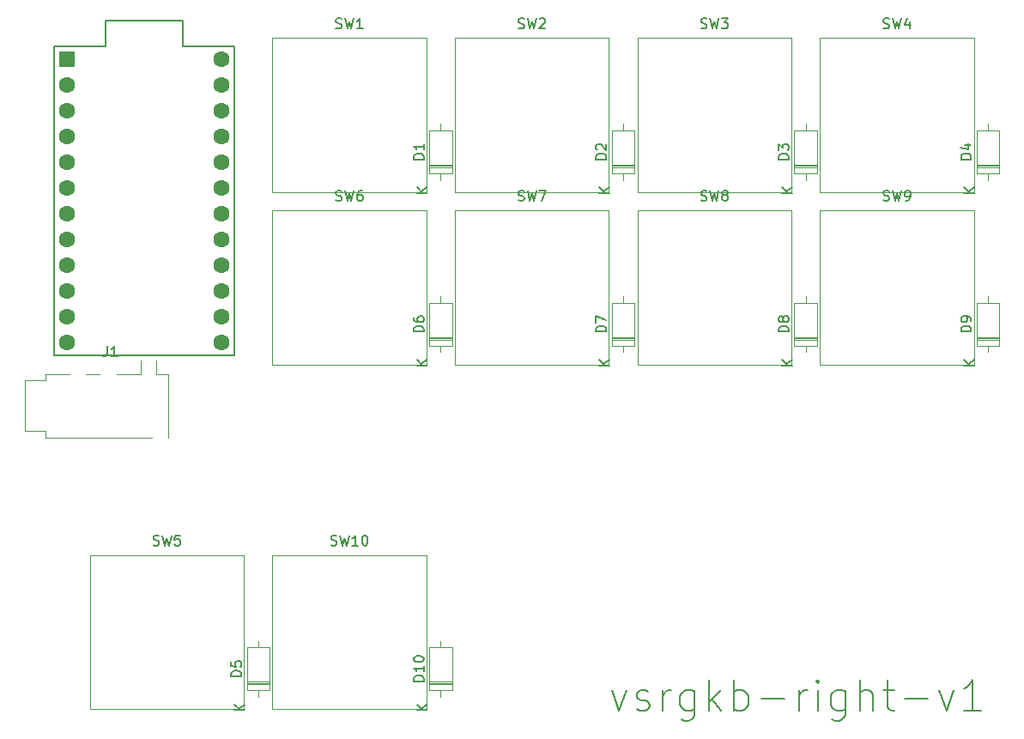
<source format=gbr>
%TF.GenerationSoftware,KiCad,Pcbnew,(6.0.9)*%
%TF.CreationDate,2022-12-21T17:39:27+05:00*%
%TF.ProjectId,vsrgkb-right,76737267-6b62-42d7-9269-6768742e6b69,rev?*%
%TF.SameCoordinates,Original*%
%TF.FileFunction,Legend,Top*%
%TF.FilePolarity,Positive*%
%FSLAX46Y46*%
G04 Gerber Fmt 4.6, Leading zero omitted, Abs format (unit mm)*
G04 Created by KiCad (PCBNEW (6.0.9)) date 2022-12-21 17:39:27*
%MOMM*%
%LPD*%
G01*
G04 APERTURE LIST*
%ADD10C,0.150000*%
%ADD11C,0.120000*%
%ADD12R,1.600000X1.600000*%
%ADD13C,1.600000*%
G04 APERTURE END LIST*
D10*
X113652500Y-111982142D02*
X114366785Y-113982142D01*
X115081071Y-111982142D01*
X116081071Y-113839285D02*
X116366785Y-113982142D01*
X116938214Y-113982142D01*
X117223928Y-113839285D01*
X117366785Y-113553571D01*
X117366785Y-113410714D01*
X117223928Y-113125000D01*
X116938214Y-112982142D01*
X116509642Y-112982142D01*
X116223928Y-112839285D01*
X116081071Y-112553571D01*
X116081071Y-112410714D01*
X116223928Y-112125000D01*
X116509642Y-111982142D01*
X116938214Y-111982142D01*
X117223928Y-112125000D01*
X118652500Y-113982142D02*
X118652500Y-111982142D01*
X118652500Y-112553571D02*
X118795357Y-112267857D01*
X118938214Y-112125000D01*
X119223928Y-111982142D01*
X119509642Y-111982142D01*
X121795357Y-111982142D02*
X121795357Y-114410714D01*
X121652500Y-114696428D01*
X121509642Y-114839285D01*
X121223928Y-114982142D01*
X120795357Y-114982142D01*
X120509642Y-114839285D01*
X121795357Y-113839285D02*
X121509642Y-113982142D01*
X120938214Y-113982142D01*
X120652500Y-113839285D01*
X120509642Y-113696428D01*
X120366785Y-113410714D01*
X120366785Y-112553571D01*
X120509642Y-112267857D01*
X120652500Y-112125000D01*
X120938214Y-111982142D01*
X121509642Y-111982142D01*
X121795357Y-112125000D01*
X123223928Y-113982142D02*
X123223928Y-110982142D01*
X123509642Y-112839285D02*
X124366785Y-113982142D01*
X124366785Y-111982142D02*
X123223928Y-113125000D01*
X125652500Y-113982142D02*
X125652500Y-110982142D01*
X125652500Y-112125000D02*
X125938214Y-111982142D01*
X126509642Y-111982142D01*
X126795357Y-112125000D01*
X126938214Y-112267857D01*
X127081071Y-112553571D01*
X127081071Y-113410714D01*
X126938214Y-113696428D01*
X126795357Y-113839285D01*
X126509642Y-113982142D01*
X125938214Y-113982142D01*
X125652500Y-113839285D01*
X128366785Y-112839285D02*
X130652500Y-112839285D01*
X132081071Y-113982142D02*
X132081071Y-111982142D01*
X132081071Y-112553571D02*
X132223928Y-112267857D01*
X132366785Y-112125000D01*
X132652500Y-111982142D01*
X132938214Y-111982142D01*
X133938214Y-113982142D02*
X133938214Y-111982142D01*
X133938214Y-110982142D02*
X133795357Y-111125000D01*
X133938214Y-111267857D01*
X134081071Y-111125000D01*
X133938214Y-110982142D01*
X133938214Y-111267857D01*
X136652500Y-111982142D02*
X136652500Y-114410714D01*
X136509642Y-114696428D01*
X136366785Y-114839285D01*
X136081071Y-114982142D01*
X135652500Y-114982142D01*
X135366785Y-114839285D01*
X136652500Y-113839285D02*
X136366785Y-113982142D01*
X135795357Y-113982142D01*
X135509642Y-113839285D01*
X135366785Y-113696428D01*
X135223928Y-113410714D01*
X135223928Y-112553571D01*
X135366785Y-112267857D01*
X135509642Y-112125000D01*
X135795357Y-111982142D01*
X136366785Y-111982142D01*
X136652500Y-112125000D01*
X138081071Y-113982142D02*
X138081071Y-110982142D01*
X139366785Y-113982142D02*
X139366785Y-112410714D01*
X139223928Y-112125000D01*
X138938214Y-111982142D01*
X138509642Y-111982142D01*
X138223928Y-112125000D01*
X138081071Y-112267857D01*
X140366785Y-111982142D02*
X141509642Y-111982142D01*
X140795357Y-110982142D02*
X140795357Y-113553571D01*
X140938214Y-113839285D01*
X141223928Y-113982142D01*
X141509642Y-113982142D01*
X142509642Y-112839285D02*
X144795357Y-112839285D01*
X145938214Y-111982142D02*
X146652500Y-113982142D01*
X147366785Y-111982142D01*
X150081071Y-113982142D02*
X148366785Y-113982142D01*
X149223928Y-113982142D02*
X149223928Y-110982142D01*
X148938214Y-111410714D01*
X148652500Y-111696428D01*
X148366785Y-111839285D01*
%TO.C,D9*%
X149082380Y-76615595D02*
X148082380Y-76615595D01*
X148082380Y-76377500D01*
X148130000Y-76234642D01*
X148225238Y-76139404D01*
X148320476Y-76091785D01*
X148510952Y-76044166D01*
X148653809Y-76044166D01*
X148844285Y-76091785D01*
X148939523Y-76139404D01*
X149034761Y-76234642D01*
X149082380Y-76377500D01*
X149082380Y-76615595D01*
X149082380Y-75567976D02*
X149082380Y-75377500D01*
X149034761Y-75282261D01*
X148987142Y-75234642D01*
X148844285Y-75139404D01*
X148653809Y-75091785D01*
X148272857Y-75091785D01*
X148177619Y-75139404D01*
X148130000Y-75187023D01*
X148082380Y-75282261D01*
X148082380Y-75472738D01*
X148130000Y-75567976D01*
X148177619Y-75615595D01*
X148272857Y-75663214D01*
X148510952Y-75663214D01*
X148606190Y-75615595D01*
X148653809Y-75567976D01*
X148701428Y-75472738D01*
X148701428Y-75282261D01*
X148653809Y-75187023D01*
X148606190Y-75139404D01*
X148510952Y-75091785D01*
X149402380Y-79949404D02*
X148402380Y-79949404D01*
X149402380Y-79377976D02*
X148830952Y-79806547D01*
X148402380Y-79377976D02*
X148973809Y-79949404D01*
%TO.C,SW8*%
X122416666Y-63654761D02*
X122559523Y-63702380D01*
X122797619Y-63702380D01*
X122892857Y-63654761D01*
X122940476Y-63607142D01*
X122988095Y-63511904D01*
X122988095Y-63416666D01*
X122940476Y-63321428D01*
X122892857Y-63273809D01*
X122797619Y-63226190D01*
X122607142Y-63178571D01*
X122511904Y-63130952D01*
X122464285Y-63083333D01*
X122416666Y-62988095D01*
X122416666Y-62892857D01*
X122464285Y-62797619D01*
X122511904Y-62750000D01*
X122607142Y-62702380D01*
X122845238Y-62702380D01*
X122988095Y-62750000D01*
X123321428Y-62702380D02*
X123559523Y-63702380D01*
X123750000Y-62988095D01*
X123940476Y-63702380D01*
X124178571Y-62702380D01*
X124702380Y-63130952D02*
X124607142Y-63083333D01*
X124559523Y-63035714D01*
X124511904Y-62940476D01*
X124511904Y-62892857D01*
X124559523Y-62797619D01*
X124607142Y-62750000D01*
X124702380Y-62702380D01*
X124892857Y-62702380D01*
X124988095Y-62750000D01*
X125035714Y-62797619D01*
X125083333Y-62892857D01*
X125083333Y-62940476D01*
X125035714Y-63035714D01*
X124988095Y-63083333D01*
X124892857Y-63130952D01*
X124702380Y-63130952D01*
X124607142Y-63178571D01*
X124559523Y-63226190D01*
X124511904Y-63321428D01*
X124511904Y-63511904D01*
X124559523Y-63607142D01*
X124607142Y-63654761D01*
X124702380Y-63702380D01*
X124892857Y-63702380D01*
X124988095Y-63654761D01*
X125035714Y-63607142D01*
X125083333Y-63511904D01*
X125083333Y-63321428D01*
X125035714Y-63226190D01*
X124988095Y-63178571D01*
X124892857Y-63130952D01*
%TO.C,SW10*%
X85940476Y-97654761D02*
X86083333Y-97702380D01*
X86321428Y-97702380D01*
X86416666Y-97654761D01*
X86464285Y-97607142D01*
X86511904Y-97511904D01*
X86511904Y-97416666D01*
X86464285Y-97321428D01*
X86416666Y-97273809D01*
X86321428Y-97226190D01*
X86130952Y-97178571D01*
X86035714Y-97130952D01*
X85988095Y-97083333D01*
X85940476Y-96988095D01*
X85940476Y-96892857D01*
X85988095Y-96797619D01*
X86035714Y-96750000D01*
X86130952Y-96702380D01*
X86369047Y-96702380D01*
X86511904Y-96750000D01*
X86845238Y-96702380D02*
X87083333Y-97702380D01*
X87273809Y-96988095D01*
X87464285Y-97702380D01*
X87702380Y-96702380D01*
X88607142Y-97702380D02*
X88035714Y-97702380D01*
X88321428Y-97702380D02*
X88321428Y-96702380D01*
X88226190Y-96845238D01*
X88130952Y-96940476D01*
X88035714Y-96988095D01*
X89226190Y-96702380D02*
X89321428Y-96702380D01*
X89416666Y-96750000D01*
X89464285Y-96797619D01*
X89511904Y-96892857D01*
X89559523Y-97083333D01*
X89559523Y-97321428D01*
X89511904Y-97511904D01*
X89464285Y-97607142D01*
X89416666Y-97654761D01*
X89321428Y-97702380D01*
X89226190Y-97702380D01*
X89130952Y-97654761D01*
X89083333Y-97607142D01*
X89035714Y-97511904D01*
X88988095Y-97321428D01*
X88988095Y-97083333D01*
X89035714Y-96892857D01*
X89083333Y-96797619D01*
X89130952Y-96750000D01*
X89226190Y-96702380D01*
%TO.C,SW4*%
X140416666Y-46654761D02*
X140559523Y-46702380D01*
X140797619Y-46702380D01*
X140892857Y-46654761D01*
X140940476Y-46607142D01*
X140988095Y-46511904D01*
X140988095Y-46416666D01*
X140940476Y-46321428D01*
X140892857Y-46273809D01*
X140797619Y-46226190D01*
X140607142Y-46178571D01*
X140511904Y-46130952D01*
X140464285Y-46083333D01*
X140416666Y-45988095D01*
X140416666Y-45892857D01*
X140464285Y-45797619D01*
X140511904Y-45750000D01*
X140607142Y-45702380D01*
X140845238Y-45702380D01*
X140988095Y-45750000D01*
X141321428Y-45702380D02*
X141559523Y-46702380D01*
X141750000Y-45988095D01*
X141940476Y-46702380D01*
X142178571Y-45702380D01*
X142988095Y-46035714D02*
X142988095Y-46702380D01*
X142750000Y-45654761D02*
X142511904Y-46369047D01*
X143130952Y-46369047D01*
%TO.C,D6*%
X95082380Y-76615595D02*
X94082380Y-76615595D01*
X94082380Y-76377500D01*
X94130000Y-76234642D01*
X94225238Y-76139404D01*
X94320476Y-76091785D01*
X94510952Y-76044166D01*
X94653809Y-76044166D01*
X94844285Y-76091785D01*
X94939523Y-76139404D01*
X95034761Y-76234642D01*
X95082380Y-76377500D01*
X95082380Y-76615595D01*
X94082380Y-75187023D02*
X94082380Y-75377500D01*
X94130000Y-75472738D01*
X94177619Y-75520357D01*
X94320476Y-75615595D01*
X94510952Y-75663214D01*
X94891904Y-75663214D01*
X94987142Y-75615595D01*
X95034761Y-75567976D01*
X95082380Y-75472738D01*
X95082380Y-75282261D01*
X95034761Y-75187023D01*
X94987142Y-75139404D01*
X94891904Y-75091785D01*
X94653809Y-75091785D01*
X94558571Y-75139404D01*
X94510952Y-75187023D01*
X94463333Y-75282261D01*
X94463333Y-75472738D01*
X94510952Y-75567976D01*
X94558571Y-75615595D01*
X94653809Y-75663214D01*
X95402380Y-79949404D02*
X94402380Y-79949404D01*
X95402380Y-79377976D02*
X94830952Y-79806547D01*
X94402380Y-79377976D02*
X94973809Y-79949404D01*
%TO.C,D2*%
X113082380Y-59615595D02*
X112082380Y-59615595D01*
X112082380Y-59377500D01*
X112130000Y-59234642D01*
X112225238Y-59139404D01*
X112320476Y-59091785D01*
X112510952Y-59044166D01*
X112653809Y-59044166D01*
X112844285Y-59091785D01*
X112939523Y-59139404D01*
X113034761Y-59234642D01*
X113082380Y-59377500D01*
X113082380Y-59615595D01*
X112177619Y-58663214D02*
X112130000Y-58615595D01*
X112082380Y-58520357D01*
X112082380Y-58282261D01*
X112130000Y-58187023D01*
X112177619Y-58139404D01*
X112272857Y-58091785D01*
X112368095Y-58091785D01*
X112510952Y-58139404D01*
X113082380Y-58710833D01*
X113082380Y-58091785D01*
X113402380Y-62949404D02*
X112402380Y-62949404D01*
X113402380Y-62377976D02*
X112830952Y-62806547D01*
X112402380Y-62377976D02*
X112973809Y-62949404D01*
%TO.C,D10*%
X95082380Y-111091785D02*
X94082380Y-111091785D01*
X94082380Y-110853690D01*
X94130000Y-110710833D01*
X94225238Y-110615595D01*
X94320476Y-110567976D01*
X94510952Y-110520357D01*
X94653809Y-110520357D01*
X94844285Y-110567976D01*
X94939523Y-110615595D01*
X95034761Y-110710833D01*
X95082380Y-110853690D01*
X95082380Y-111091785D01*
X95082380Y-109567976D02*
X95082380Y-110139404D01*
X95082380Y-109853690D02*
X94082380Y-109853690D01*
X94225238Y-109948928D01*
X94320476Y-110044166D01*
X94368095Y-110139404D01*
X94082380Y-108948928D02*
X94082380Y-108853690D01*
X94130000Y-108758452D01*
X94177619Y-108710833D01*
X94272857Y-108663214D01*
X94463333Y-108615595D01*
X94701428Y-108615595D01*
X94891904Y-108663214D01*
X94987142Y-108710833D01*
X95034761Y-108758452D01*
X95082380Y-108853690D01*
X95082380Y-108948928D01*
X95034761Y-109044166D01*
X94987142Y-109091785D01*
X94891904Y-109139404D01*
X94701428Y-109187023D01*
X94463333Y-109187023D01*
X94272857Y-109139404D01*
X94177619Y-109091785D01*
X94130000Y-109044166D01*
X94082380Y-108948928D01*
X95402380Y-113949404D02*
X94402380Y-113949404D01*
X95402380Y-113377976D02*
X94830952Y-113806547D01*
X94402380Y-113377976D02*
X94973809Y-113949404D01*
%TO.C,SW3*%
X122416666Y-46654761D02*
X122559523Y-46702380D01*
X122797619Y-46702380D01*
X122892857Y-46654761D01*
X122940476Y-46607142D01*
X122988095Y-46511904D01*
X122988095Y-46416666D01*
X122940476Y-46321428D01*
X122892857Y-46273809D01*
X122797619Y-46226190D01*
X122607142Y-46178571D01*
X122511904Y-46130952D01*
X122464285Y-46083333D01*
X122416666Y-45988095D01*
X122416666Y-45892857D01*
X122464285Y-45797619D01*
X122511904Y-45750000D01*
X122607142Y-45702380D01*
X122845238Y-45702380D01*
X122988095Y-45750000D01*
X123321428Y-45702380D02*
X123559523Y-46702380D01*
X123750000Y-45988095D01*
X123940476Y-46702380D01*
X124178571Y-45702380D01*
X124464285Y-45702380D02*
X125083333Y-45702380D01*
X124750000Y-46083333D01*
X124892857Y-46083333D01*
X124988095Y-46130952D01*
X125035714Y-46178571D01*
X125083333Y-46273809D01*
X125083333Y-46511904D01*
X125035714Y-46607142D01*
X124988095Y-46654761D01*
X124892857Y-46702380D01*
X124607142Y-46702380D01*
X124511904Y-46654761D01*
X124464285Y-46607142D01*
%TO.C,SW5*%
X68416666Y-97654761D02*
X68559523Y-97702380D01*
X68797619Y-97702380D01*
X68892857Y-97654761D01*
X68940476Y-97607142D01*
X68988095Y-97511904D01*
X68988095Y-97416666D01*
X68940476Y-97321428D01*
X68892857Y-97273809D01*
X68797619Y-97226190D01*
X68607142Y-97178571D01*
X68511904Y-97130952D01*
X68464285Y-97083333D01*
X68416666Y-96988095D01*
X68416666Y-96892857D01*
X68464285Y-96797619D01*
X68511904Y-96750000D01*
X68607142Y-96702380D01*
X68845238Y-96702380D01*
X68988095Y-96750000D01*
X69321428Y-96702380D02*
X69559523Y-97702380D01*
X69750000Y-96988095D01*
X69940476Y-97702380D01*
X70178571Y-96702380D01*
X71035714Y-96702380D02*
X70559523Y-96702380D01*
X70511904Y-97178571D01*
X70559523Y-97130952D01*
X70654761Y-97083333D01*
X70892857Y-97083333D01*
X70988095Y-97130952D01*
X71035714Y-97178571D01*
X71083333Y-97273809D01*
X71083333Y-97511904D01*
X71035714Y-97607142D01*
X70988095Y-97654761D01*
X70892857Y-97702380D01*
X70654761Y-97702380D01*
X70559523Y-97654761D01*
X70511904Y-97607142D01*
%TO.C,D7*%
X113082380Y-76615595D02*
X112082380Y-76615595D01*
X112082380Y-76377500D01*
X112130000Y-76234642D01*
X112225238Y-76139404D01*
X112320476Y-76091785D01*
X112510952Y-76044166D01*
X112653809Y-76044166D01*
X112844285Y-76091785D01*
X112939523Y-76139404D01*
X113034761Y-76234642D01*
X113082380Y-76377500D01*
X113082380Y-76615595D01*
X112082380Y-75710833D02*
X112082380Y-75044166D01*
X113082380Y-75472738D01*
X113402380Y-79949404D02*
X112402380Y-79949404D01*
X113402380Y-79377976D02*
X112830952Y-79806547D01*
X112402380Y-79377976D02*
X112973809Y-79949404D01*
%TO.C,SW1*%
X86416666Y-46654761D02*
X86559523Y-46702380D01*
X86797619Y-46702380D01*
X86892857Y-46654761D01*
X86940476Y-46607142D01*
X86988095Y-46511904D01*
X86988095Y-46416666D01*
X86940476Y-46321428D01*
X86892857Y-46273809D01*
X86797619Y-46226190D01*
X86607142Y-46178571D01*
X86511904Y-46130952D01*
X86464285Y-46083333D01*
X86416666Y-45988095D01*
X86416666Y-45892857D01*
X86464285Y-45797619D01*
X86511904Y-45750000D01*
X86607142Y-45702380D01*
X86845238Y-45702380D01*
X86988095Y-45750000D01*
X87321428Y-45702380D02*
X87559523Y-46702380D01*
X87750000Y-45988095D01*
X87940476Y-46702380D01*
X88178571Y-45702380D01*
X89083333Y-46702380D02*
X88511904Y-46702380D01*
X88797619Y-46702380D02*
X88797619Y-45702380D01*
X88702380Y-45845238D01*
X88607142Y-45940476D01*
X88511904Y-45988095D01*
%TO.C,SW7*%
X104416666Y-63654761D02*
X104559523Y-63702380D01*
X104797619Y-63702380D01*
X104892857Y-63654761D01*
X104940476Y-63607142D01*
X104988095Y-63511904D01*
X104988095Y-63416666D01*
X104940476Y-63321428D01*
X104892857Y-63273809D01*
X104797619Y-63226190D01*
X104607142Y-63178571D01*
X104511904Y-63130952D01*
X104464285Y-63083333D01*
X104416666Y-62988095D01*
X104416666Y-62892857D01*
X104464285Y-62797619D01*
X104511904Y-62750000D01*
X104607142Y-62702380D01*
X104845238Y-62702380D01*
X104988095Y-62750000D01*
X105321428Y-62702380D02*
X105559523Y-63702380D01*
X105750000Y-62988095D01*
X105940476Y-63702380D01*
X106178571Y-62702380D01*
X106464285Y-62702380D02*
X107130952Y-62702380D01*
X106702380Y-63702380D01*
%TO.C,D4*%
X149082380Y-59615595D02*
X148082380Y-59615595D01*
X148082380Y-59377500D01*
X148130000Y-59234642D01*
X148225238Y-59139404D01*
X148320476Y-59091785D01*
X148510952Y-59044166D01*
X148653809Y-59044166D01*
X148844285Y-59091785D01*
X148939523Y-59139404D01*
X149034761Y-59234642D01*
X149082380Y-59377500D01*
X149082380Y-59615595D01*
X148415714Y-58187023D02*
X149082380Y-58187023D01*
X148034761Y-58425119D02*
X148749047Y-58663214D01*
X148749047Y-58044166D01*
X149402380Y-62949404D02*
X148402380Y-62949404D01*
X149402380Y-62377976D02*
X148830952Y-62806547D01*
X148402380Y-62377976D02*
X148973809Y-62949404D01*
%TO.C,SW2*%
X104416666Y-46654761D02*
X104559523Y-46702380D01*
X104797619Y-46702380D01*
X104892857Y-46654761D01*
X104940476Y-46607142D01*
X104988095Y-46511904D01*
X104988095Y-46416666D01*
X104940476Y-46321428D01*
X104892857Y-46273809D01*
X104797619Y-46226190D01*
X104607142Y-46178571D01*
X104511904Y-46130952D01*
X104464285Y-46083333D01*
X104416666Y-45988095D01*
X104416666Y-45892857D01*
X104464285Y-45797619D01*
X104511904Y-45750000D01*
X104607142Y-45702380D01*
X104845238Y-45702380D01*
X104988095Y-45750000D01*
X105321428Y-45702380D02*
X105559523Y-46702380D01*
X105750000Y-45988095D01*
X105940476Y-46702380D01*
X106178571Y-45702380D01*
X106511904Y-45797619D02*
X106559523Y-45750000D01*
X106654761Y-45702380D01*
X106892857Y-45702380D01*
X106988095Y-45750000D01*
X107035714Y-45797619D01*
X107083333Y-45892857D01*
X107083333Y-45988095D01*
X107035714Y-46130952D01*
X106464285Y-46702380D01*
X107083333Y-46702380D01*
%TO.C,J1*%
X63841666Y-78039880D02*
X63841666Y-78754166D01*
X63794047Y-78897023D01*
X63698809Y-78992261D01*
X63555952Y-79039880D01*
X63460714Y-79039880D01*
X64841666Y-79039880D02*
X64270238Y-79039880D01*
X64555952Y-79039880D02*
X64555952Y-78039880D01*
X64460714Y-78182738D01*
X64365476Y-78277976D01*
X64270238Y-78325595D01*
%TO.C,D3*%
X131082380Y-59615595D02*
X130082380Y-59615595D01*
X130082380Y-59377500D01*
X130130000Y-59234642D01*
X130225238Y-59139404D01*
X130320476Y-59091785D01*
X130510952Y-59044166D01*
X130653809Y-59044166D01*
X130844285Y-59091785D01*
X130939523Y-59139404D01*
X131034761Y-59234642D01*
X131082380Y-59377500D01*
X131082380Y-59615595D01*
X130082380Y-58710833D02*
X130082380Y-58091785D01*
X130463333Y-58425119D01*
X130463333Y-58282261D01*
X130510952Y-58187023D01*
X130558571Y-58139404D01*
X130653809Y-58091785D01*
X130891904Y-58091785D01*
X130987142Y-58139404D01*
X131034761Y-58187023D01*
X131082380Y-58282261D01*
X131082380Y-58567976D01*
X131034761Y-58663214D01*
X130987142Y-58710833D01*
X131402380Y-62949404D02*
X130402380Y-62949404D01*
X131402380Y-62377976D02*
X130830952Y-62806547D01*
X130402380Y-62377976D02*
X130973809Y-62949404D01*
%TO.C,D8*%
X131082380Y-76615595D02*
X130082380Y-76615595D01*
X130082380Y-76377500D01*
X130130000Y-76234642D01*
X130225238Y-76139404D01*
X130320476Y-76091785D01*
X130510952Y-76044166D01*
X130653809Y-76044166D01*
X130844285Y-76091785D01*
X130939523Y-76139404D01*
X131034761Y-76234642D01*
X131082380Y-76377500D01*
X131082380Y-76615595D01*
X130510952Y-75472738D02*
X130463333Y-75567976D01*
X130415714Y-75615595D01*
X130320476Y-75663214D01*
X130272857Y-75663214D01*
X130177619Y-75615595D01*
X130130000Y-75567976D01*
X130082380Y-75472738D01*
X130082380Y-75282261D01*
X130130000Y-75187023D01*
X130177619Y-75139404D01*
X130272857Y-75091785D01*
X130320476Y-75091785D01*
X130415714Y-75139404D01*
X130463333Y-75187023D01*
X130510952Y-75282261D01*
X130510952Y-75472738D01*
X130558571Y-75567976D01*
X130606190Y-75615595D01*
X130701428Y-75663214D01*
X130891904Y-75663214D01*
X130987142Y-75615595D01*
X131034761Y-75567976D01*
X131082380Y-75472738D01*
X131082380Y-75282261D01*
X131034761Y-75187023D01*
X130987142Y-75139404D01*
X130891904Y-75091785D01*
X130701428Y-75091785D01*
X130606190Y-75139404D01*
X130558571Y-75187023D01*
X130510952Y-75282261D01*
X131402380Y-79949404D02*
X130402380Y-79949404D01*
X131402380Y-79377976D02*
X130830952Y-79806547D01*
X130402380Y-79377976D02*
X130973809Y-79949404D01*
%TO.C,D1*%
X95082380Y-59615595D02*
X94082380Y-59615595D01*
X94082380Y-59377500D01*
X94130000Y-59234642D01*
X94225238Y-59139404D01*
X94320476Y-59091785D01*
X94510952Y-59044166D01*
X94653809Y-59044166D01*
X94844285Y-59091785D01*
X94939523Y-59139404D01*
X95034761Y-59234642D01*
X95082380Y-59377500D01*
X95082380Y-59615595D01*
X95082380Y-58091785D02*
X95082380Y-58663214D01*
X95082380Y-58377500D02*
X94082380Y-58377500D01*
X94225238Y-58472738D01*
X94320476Y-58567976D01*
X94368095Y-58663214D01*
X95402380Y-62949404D02*
X94402380Y-62949404D01*
X95402380Y-62377976D02*
X94830952Y-62806547D01*
X94402380Y-62377976D02*
X94973809Y-62949404D01*
%TO.C,SW6*%
X86416666Y-63654761D02*
X86559523Y-63702380D01*
X86797619Y-63702380D01*
X86892857Y-63654761D01*
X86940476Y-63607142D01*
X86988095Y-63511904D01*
X86988095Y-63416666D01*
X86940476Y-63321428D01*
X86892857Y-63273809D01*
X86797619Y-63226190D01*
X86607142Y-63178571D01*
X86511904Y-63130952D01*
X86464285Y-63083333D01*
X86416666Y-62988095D01*
X86416666Y-62892857D01*
X86464285Y-62797619D01*
X86511904Y-62750000D01*
X86607142Y-62702380D01*
X86845238Y-62702380D01*
X86988095Y-62750000D01*
X87321428Y-62702380D02*
X87559523Y-63702380D01*
X87750000Y-62988095D01*
X87940476Y-63702380D01*
X88178571Y-62702380D01*
X88988095Y-62702380D02*
X88797619Y-62702380D01*
X88702380Y-62750000D01*
X88654761Y-62797619D01*
X88559523Y-62940476D01*
X88511904Y-63130952D01*
X88511904Y-63511904D01*
X88559523Y-63607142D01*
X88607142Y-63654761D01*
X88702380Y-63702380D01*
X88892857Y-63702380D01*
X88988095Y-63654761D01*
X89035714Y-63607142D01*
X89083333Y-63511904D01*
X89083333Y-63273809D01*
X89035714Y-63178571D01*
X88988095Y-63130952D01*
X88892857Y-63083333D01*
X88702380Y-63083333D01*
X88607142Y-63130952D01*
X88559523Y-63178571D01*
X88511904Y-63273809D01*
%TO.C,D5*%
X77082380Y-110615595D02*
X76082380Y-110615595D01*
X76082380Y-110377500D01*
X76130000Y-110234642D01*
X76225238Y-110139404D01*
X76320476Y-110091785D01*
X76510952Y-110044166D01*
X76653809Y-110044166D01*
X76844285Y-110091785D01*
X76939523Y-110139404D01*
X77034761Y-110234642D01*
X77082380Y-110377500D01*
X77082380Y-110615595D01*
X76082380Y-109139404D02*
X76082380Y-109615595D01*
X76558571Y-109663214D01*
X76510952Y-109615595D01*
X76463333Y-109520357D01*
X76463333Y-109282261D01*
X76510952Y-109187023D01*
X76558571Y-109139404D01*
X76653809Y-109091785D01*
X76891904Y-109091785D01*
X76987142Y-109139404D01*
X77034761Y-109187023D01*
X77082380Y-109282261D01*
X77082380Y-109520357D01*
X77034761Y-109615595D01*
X76987142Y-109663214D01*
X77402380Y-113949404D02*
X76402380Y-113949404D01*
X77402380Y-113377976D02*
X76830952Y-113806547D01*
X76402380Y-113377976D02*
X76973809Y-113949404D01*
%TO.C,SW9*%
X140416666Y-63654761D02*
X140559523Y-63702380D01*
X140797619Y-63702380D01*
X140892857Y-63654761D01*
X140940476Y-63607142D01*
X140988095Y-63511904D01*
X140988095Y-63416666D01*
X140940476Y-63321428D01*
X140892857Y-63273809D01*
X140797619Y-63226190D01*
X140607142Y-63178571D01*
X140511904Y-63130952D01*
X140464285Y-63083333D01*
X140416666Y-62988095D01*
X140416666Y-62892857D01*
X140464285Y-62797619D01*
X140511904Y-62750000D01*
X140607142Y-62702380D01*
X140845238Y-62702380D01*
X140988095Y-62750000D01*
X141321428Y-62702380D02*
X141559523Y-63702380D01*
X141750000Y-62988095D01*
X141940476Y-63702380D01*
X142178571Y-62702380D01*
X142607142Y-63702380D02*
X142797619Y-63702380D01*
X142892857Y-63654761D01*
X142940476Y-63607142D01*
X143035714Y-63464285D01*
X143083333Y-63273809D01*
X143083333Y-62892857D01*
X143035714Y-62797619D01*
X142988095Y-62750000D01*
X142892857Y-62702380D01*
X142702380Y-62702380D01*
X142607142Y-62750000D01*
X142559523Y-62797619D01*
X142511904Y-62892857D01*
X142511904Y-63130952D01*
X142559523Y-63226190D01*
X142607142Y-63273809D01*
X142702380Y-63321428D01*
X142892857Y-63321428D01*
X142988095Y-63273809D01*
X143035714Y-63226190D01*
X143083333Y-63130952D01*
D11*
%TO.C,D9*%
X151870000Y-73757500D02*
X149630000Y-73757500D01*
X150750000Y-78647500D02*
X150750000Y-77997500D01*
X149630000Y-77157500D02*
X151870000Y-77157500D01*
X149630000Y-77997500D02*
X151870000Y-77997500D01*
X149630000Y-73757500D02*
X149630000Y-77997500D01*
X149630000Y-77397500D02*
X151870000Y-77397500D01*
X149630000Y-77277500D02*
X151870000Y-77277500D01*
X150750000Y-73107500D02*
X150750000Y-73757500D01*
X151870000Y-77997500D02*
X151870000Y-73757500D01*
%TO.C,SW8*%
X116150000Y-79850000D02*
X131350000Y-79850000D01*
X116150000Y-64650000D02*
X116150000Y-79850000D01*
X131350000Y-64650000D02*
X116150000Y-64650000D01*
X131350000Y-79850000D02*
X131350000Y-64650000D01*
%TO.C,SW10*%
X80150000Y-98650000D02*
X80150000Y-113850000D01*
X80150000Y-113850000D02*
X95350000Y-113850000D01*
X95350000Y-98650000D02*
X80150000Y-98650000D01*
X95350000Y-113850000D02*
X95350000Y-98650000D01*
%TO.C,SW4*%
X149350000Y-47650000D02*
X134150000Y-47650000D01*
X149350000Y-62850000D02*
X149350000Y-47650000D01*
X134150000Y-47650000D02*
X134150000Y-62850000D01*
X134150000Y-62850000D02*
X149350000Y-62850000D01*
%TO.C,D6*%
X97870000Y-73757500D02*
X95630000Y-73757500D01*
X96750000Y-73107500D02*
X96750000Y-73757500D01*
X97870000Y-77997500D02*
X97870000Y-73757500D01*
X96750000Y-78647500D02*
X96750000Y-77997500D01*
X95630000Y-77397500D02*
X97870000Y-77397500D01*
X95630000Y-77157500D02*
X97870000Y-77157500D01*
X95630000Y-77277500D02*
X97870000Y-77277500D01*
X95630000Y-73757500D02*
X95630000Y-77997500D01*
X95630000Y-77997500D02*
X97870000Y-77997500D01*
%TO.C,D2*%
X113630000Y-60997500D02*
X115870000Y-60997500D01*
X114750000Y-61647500D02*
X114750000Y-60997500D01*
X113630000Y-60397500D02*
X115870000Y-60397500D01*
X115870000Y-60997500D02*
X115870000Y-56757500D01*
X113630000Y-56757500D02*
X113630000Y-60997500D01*
X113630000Y-60277500D02*
X115870000Y-60277500D01*
X115870000Y-56757500D02*
X113630000Y-56757500D01*
X114750000Y-56107500D02*
X114750000Y-56757500D01*
X113630000Y-60157500D02*
X115870000Y-60157500D01*
%TO.C,D10*%
X95630000Y-111397500D02*
X97870000Y-111397500D01*
X97870000Y-111997500D02*
X97870000Y-107757500D01*
X96750000Y-107107500D02*
X96750000Y-107757500D01*
X95630000Y-107757500D02*
X95630000Y-111997500D01*
X96750000Y-112647500D02*
X96750000Y-111997500D01*
X97870000Y-107757500D02*
X95630000Y-107757500D01*
X95630000Y-111157500D02*
X97870000Y-111157500D01*
X95630000Y-111277500D02*
X97870000Y-111277500D01*
X95630000Y-111997500D02*
X97870000Y-111997500D01*
%TO.C,SW3*%
X131350000Y-62850000D02*
X131350000Y-47650000D01*
X131350000Y-47650000D02*
X116150000Y-47650000D01*
X116150000Y-62850000D02*
X131350000Y-62850000D01*
X116150000Y-47650000D02*
X116150000Y-62850000D01*
%TO.C,SW5*%
X62150000Y-98650000D02*
X62150000Y-113850000D01*
X77350000Y-113850000D02*
X77350000Y-98650000D01*
X77350000Y-98650000D02*
X62150000Y-98650000D01*
X62150000Y-113850000D02*
X77350000Y-113850000D01*
%TO.C,D7*%
X115870000Y-73757500D02*
X113630000Y-73757500D01*
X113630000Y-73757500D02*
X113630000Y-77997500D01*
X115870000Y-77997500D02*
X115870000Y-73757500D01*
X114750000Y-78647500D02*
X114750000Y-77997500D01*
X113630000Y-77397500D02*
X115870000Y-77397500D01*
X113630000Y-77157500D02*
X115870000Y-77157500D01*
X113630000Y-77997500D02*
X115870000Y-77997500D01*
X114750000Y-73107500D02*
X114750000Y-73757500D01*
X113630000Y-77277500D02*
X115870000Y-77277500D01*
D10*
%TO.C,U1*%
X63690000Y-48510000D02*
X63690000Y-45970000D01*
X71310000Y-45970000D02*
X71310000Y-48510000D01*
X63690000Y-45970000D02*
X71310000Y-45970000D01*
X71310000Y-48510000D02*
X76390000Y-48510000D01*
X58610000Y-48510000D02*
X63690000Y-48510000D01*
X76390000Y-48510000D02*
X76390000Y-78990000D01*
X58610000Y-48510000D02*
X58610000Y-78990000D01*
X76390000Y-78990000D02*
X58610000Y-78990000D01*
D11*
%TO.C,SW1*%
X80150000Y-62850000D02*
X95350000Y-62850000D01*
X95350000Y-47650000D02*
X80150000Y-47650000D01*
X95350000Y-62850000D02*
X95350000Y-47650000D01*
X80150000Y-47650000D02*
X80150000Y-62850000D01*
%TO.C,SW7*%
X98150000Y-79850000D02*
X113350000Y-79850000D01*
X113350000Y-64650000D02*
X98150000Y-64650000D01*
X113350000Y-79850000D02*
X113350000Y-64650000D01*
X98150000Y-64650000D02*
X98150000Y-79850000D01*
%TO.C,D4*%
X149630000Y-60397500D02*
X151870000Y-60397500D01*
X151870000Y-56757500D02*
X149630000Y-56757500D01*
X149630000Y-56757500D02*
X149630000Y-60997500D01*
X151870000Y-60997500D02*
X151870000Y-56757500D01*
X149630000Y-60997500D02*
X151870000Y-60997500D01*
X149630000Y-60277500D02*
X151870000Y-60277500D01*
X149630000Y-60157500D02*
X151870000Y-60157500D01*
X150750000Y-61647500D02*
X150750000Y-60997500D01*
X150750000Y-56107500D02*
X150750000Y-56757500D01*
%TO.C,SW2*%
X113350000Y-47650000D02*
X98150000Y-47650000D01*
X98150000Y-62850000D02*
X113350000Y-62850000D01*
X113350000Y-62850000D02*
X113350000Y-47650000D01*
X98150000Y-47650000D02*
X98150000Y-62850000D01*
%TO.C,J1*%
X68275000Y-87037500D02*
X57750000Y-87037500D01*
X69850000Y-87037500D02*
X69850000Y-80837500D01*
X55750000Y-81437500D02*
X55750000Y-86437500D01*
X64775000Y-80837500D02*
X67175000Y-80837500D01*
X57750000Y-81437500D02*
X55750000Y-81437500D01*
X67175000Y-80837500D02*
X67175000Y-79437500D01*
X57750000Y-86437500D02*
X57750000Y-87037500D01*
X68725000Y-80837500D02*
X68725000Y-79437500D01*
X57750000Y-80837500D02*
X60125000Y-80837500D01*
X61775000Y-80837500D02*
X63125000Y-80837500D01*
X68725000Y-80837500D02*
X69850000Y-80837500D01*
X57750000Y-86437500D02*
X55750000Y-86437500D01*
X57750000Y-80837500D02*
X57750000Y-81437500D01*
%TO.C,D3*%
X132750000Y-56107500D02*
X132750000Y-56757500D01*
X131630000Y-60277500D02*
X133870000Y-60277500D01*
X131630000Y-56757500D02*
X131630000Y-60997500D01*
X133870000Y-56757500D02*
X131630000Y-56757500D01*
X131630000Y-60157500D02*
X133870000Y-60157500D01*
X131630000Y-60397500D02*
X133870000Y-60397500D01*
X132750000Y-61647500D02*
X132750000Y-60997500D01*
X131630000Y-60997500D02*
X133870000Y-60997500D01*
X133870000Y-60997500D02*
X133870000Y-56757500D01*
%TO.C,D8*%
X131630000Y-77157500D02*
X133870000Y-77157500D01*
X131630000Y-73757500D02*
X131630000Y-77997500D01*
X131630000Y-77397500D02*
X133870000Y-77397500D01*
X132750000Y-73107500D02*
X132750000Y-73757500D01*
X133870000Y-77997500D02*
X133870000Y-73757500D01*
X131630000Y-77277500D02*
X133870000Y-77277500D01*
X133870000Y-73757500D02*
X131630000Y-73757500D01*
X132750000Y-78647500D02*
X132750000Y-77997500D01*
X131630000Y-77997500D02*
X133870000Y-77997500D01*
%TO.C,D1*%
X95630000Y-60157500D02*
X97870000Y-60157500D01*
X95630000Y-56757500D02*
X95630000Y-60997500D01*
X95630000Y-60997500D02*
X97870000Y-60997500D01*
X96750000Y-61647500D02*
X96750000Y-60997500D01*
X97870000Y-60997500D02*
X97870000Y-56757500D01*
X96750000Y-56107500D02*
X96750000Y-56757500D01*
X95630000Y-60397500D02*
X97870000Y-60397500D01*
X95630000Y-60277500D02*
X97870000Y-60277500D01*
X97870000Y-56757500D02*
X95630000Y-56757500D01*
%TO.C,SW6*%
X80150000Y-64650000D02*
X80150000Y-79850000D01*
X95350000Y-79850000D02*
X95350000Y-64650000D01*
X95350000Y-64650000D02*
X80150000Y-64650000D01*
X80150000Y-79850000D02*
X95350000Y-79850000D01*
%TO.C,D5*%
X77630000Y-111997500D02*
X79870000Y-111997500D01*
X77630000Y-107757500D02*
X77630000Y-111997500D01*
X79870000Y-111997500D02*
X79870000Y-107757500D01*
X79870000Y-107757500D02*
X77630000Y-107757500D01*
X78750000Y-107107500D02*
X78750000Y-107757500D01*
X77630000Y-111277500D02*
X79870000Y-111277500D01*
X77630000Y-111397500D02*
X79870000Y-111397500D01*
X78750000Y-112647500D02*
X78750000Y-111997500D01*
X77630000Y-111157500D02*
X79870000Y-111157500D01*
%TO.C,SW9*%
X149350000Y-64650000D02*
X134150000Y-64650000D01*
X134150000Y-64650000D02*
X134150000Y-79850000D01*
X134150000Y-79850000D02*
X149350000Y-79850000D01*
X149350000Y-79850000D02*
X149350000Y-64650000D01*
%TD*%
D12*
%TO.C,U1*%
X59880000Y-49780000D03*
D13*
X59880000Y-52320000D03*
X59880000Y-54860000D03*
X59880000Y-57400000D03*
X59880000Y-59940000D03*
X59880000Y-62480000D03*
X59880000Y-65020000D03*
X59880000Y-67560000D03*
X59880000Y-70100000D03*
X59880000Y-72640000D03*
X59880000Y-75180000D03*
X59880000Y-77720000D03*
X75120000Y-77720000D03*
X75120000Y-75180000D03*
X75120000Y-72640000D03*
X75120000Y-70100000D03*
X75120000Y-67560000D03*
X75120000Y-65020000D03*
X75120000Y-62480000D03*
X75120000Y-59940000D03*
X75120000Y-57400000D03*
X75120000Y-54860000D03*
X75120000Y-52320000D03*
X75120000Y-49780000D03*
%TD*%
M02*

</source>
